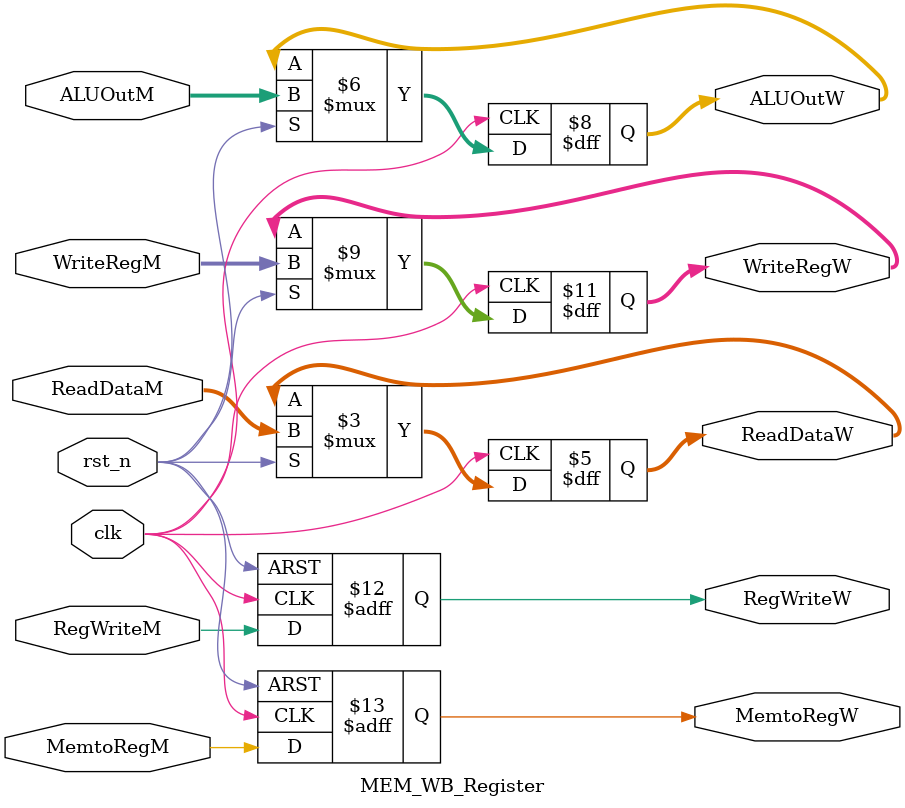
<source format=v>
/*

	File name    : MEM_WB_Register
	LastEditors  : H
	LastEditTime : 2021-11-03 21:11:19
	Last Version : 1.0
	Description  : Pipeline Stage Register : MEM/WB
	
	----------------------------------------------------------------------------------------
	
	Author       : H
	Date         : 2021-11-03 21:11:18
	FilePath     : \MIPS_Pipeline\MEM_WB_Register.v
	Copyright 2021 H, All Rights Reserved. 

*/
module MEM_WB_Register(
    // System Clock
    input        clk,
    input        rst_n,

    // User Interface
    input       [31:0]  ReadDataM,
    input       [31:0]  ALUOutM,
    input       [4:0]   WriteRegM, 

    output  reg [31:0]  ReadDataW,
    output  reg [31:0]  ALUOutW,
    output  reg [4:0]   WriteRegW,

    // Control Signal 
    input               RegWriteM,
    input               MemtoRegM,
    // WB
    output  reg         RegWriteW,
    output  reg         MemtoRegW
);
/*******************************************************************************
 *                                 Main Code
*******************************************************************************/

    always @(posedge clk or negedge rst_n) begin
        if(!rst_n)begin
            RegWriteW <= 1'b0;
            MemtoRegW <= 1'b0;
        end
        else begin
            // total 64bits
            ReadDataW <= ReadDataM;
            ALUOutW   <= ALUOutM;
            WriteRegW <= WriteRegM;

            // Control Unit
            RegWriteW <= RegWriteM;
            MemtoRegW <= MemtoRegM;
        end
    end

endmodule
</source>
